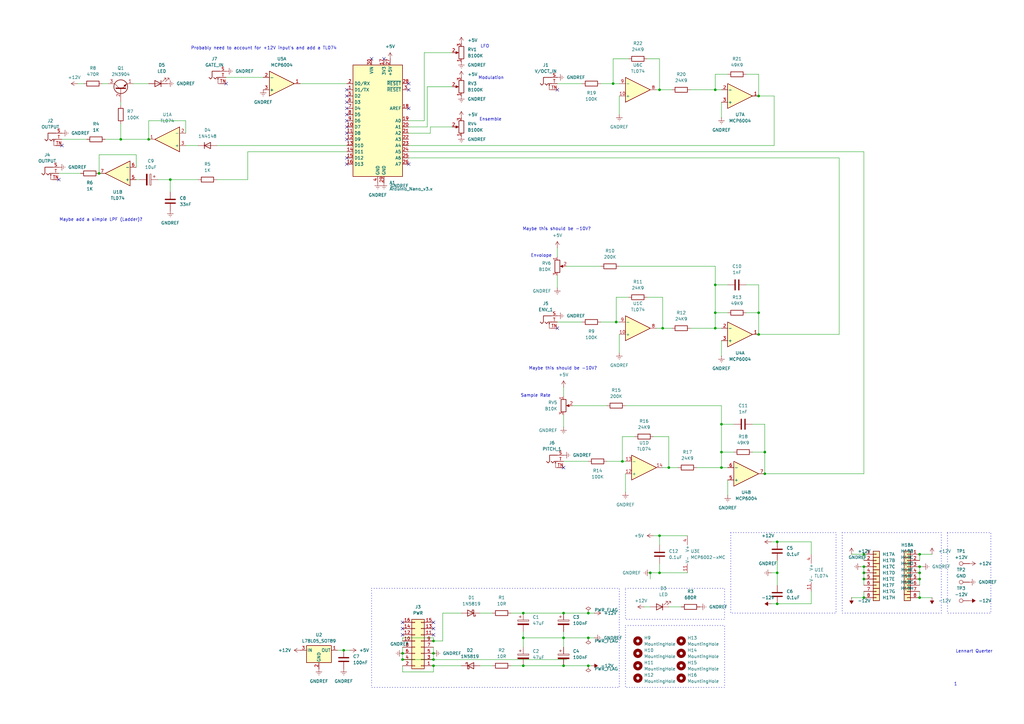
<source format=kicad_sch>
(kicad_sch (version 20231120) (generator "eeschema") (generator_version "8.0")
  (paper "A3")
  (junction (at 252.73 132.08))
  (junction (at 271.78 134.62))
  (junction (at 255.27 189.23))
  (junction (at 295.91 185.42))
  (junction (at 165.1 270.51))
  (junction (at 40.64 71.12))
  (junction (at 377.19 245.11))
  (junction (at 295.91 191.77))
  (junction (at 318.77 234.95))
  (junction (at 214.63 261.62))
  (junction (at 140.97 266.7))
  (junction (at 377.19 234.95))
  (junction (at 241.3 273.05))
  (junction (at 311.15 128.27))
  (junction (at 231.14 261.62))
  (junction (at 311.15 39.37))
  (junction (at 165.1 267.97))
  (junction (at 60.96 57.15))
  (junction (at 295.91 173.99))
  (junction (at 241.3 251.46))
  (junction (at 231.14 251.46))
  (junction (at 177.8 273.05))
  (junction (at 313.69 194.31))
  (junction (at 270.51 36.83))
  (junction (at 354.33 227.33))
  (junction (at 270.51 234.95))
  (junction (at 49.53 57.15))
  (junction (at 293.37 128.27))
  (junction (at 377.19 237.49))
  (junction (at 177.8 262.89))
  (junction (at 293.37 116.84))
  (junction (at 214.63 251.46))
  (junction (at 177.8 267.97))
  (junction (at 318.77 247.65))
  (junction (at 266.7 234.95))
  (junction (at 274.32 191.77))
  (junction (at 293.37 36.83))
  (junction (at 214.63 273.05))
  (junction (at 270.51 219.71))
  (junction (at 241.3 261.62))
  (junction (at 377.19 227.33))
  (junction (at 311.15 137.16))
  (junction (at 293.37 134.62))
  (junction (at 251.46 34.29))
  (junction (at 354.33 237.49))
  (junction (at 377.19 232.41))
  (junction (at 354.33 232.41))
  (junction (at 69.85 73.66))
  (junction (at 231.14 273.05))
  (junction (at 177.8 270.51))
  (junction (at 354.33 245.11))
  (junction (at 318.77 222.25))
  (junction (at 313.69 185.42))
  (junction (at 354.33 234.95))
  (no_connect (at 142.24 49.53))
  (no_connect (at 142.24 52.07))
  (no_connect (at 142.24 57.15))
  (no_connect (at 167.64 67.31))
  (no_connect (at 177.8 257.81))
  (no_connect (at 228.6 36.83))
  (no_connect (at 165.1 257.81))
  (no_connect (at 142.24 67.31))
  (no_connect (at 165.1 255.27))
  (no_connect (at 231.14 191.77))
  (no_connect (at 142.24 46.99))
  (no_connect (at 142.24 44.45))
  (no_connect (at 228.6 134.62))
  (no_connect (at 167.64 36.83))
  (no_connect (at 142.24 64.77))
  (no_connect (at 177.8 255.27))
  (no_connect (at 157.48 24.13))
  (no_connect (at 177.8 260.35))
  (no_connect (at 167.64 34.29))
  (no_connect (at 25.4 59.69))
  (no_connect (at 92.71 34.29))
  (no_connect (at 142.24 41.91))
  (no_connect (at 152.4 24.13))
  (no_connect (at 142.24 54.61))
  (no_connect (at 167.64 44.45))
  (no_connect (at 165.1 260.35))
  (no_connect (at 142.24 39.37))
  (no_connect (at 142.24 36.83))
  (no_connect (at 24.13 73.66))
  (wire (pts (xy 264.16 248.92) (xy 266.7 248.92)))
  (wire (pts (xy 332.74 242.57) (xy 332.74 247.65)))
  (wire (pts (xy 177.8 275.59) (xy 177.8 273.05)))
  (wire (pts (xy 254 144.78) (xy 254 137.16)))
  (wire (pts (xy 270.51 234.95) (xy 281.94 234.95)))
  (wire (pts (xy 267.97 219.71) (xy 270.51 219.71)))
  (wire (pts (xy 295.91 191.77) (xy 295.91 185.42)))
  (wire (pts (xy 60.96 34.29) (xy 54.61 34.29)))
  (wire (pts (xy 295.91 146.05) (xy 295.91 139.7)))
  (wire (pts (xy 177.8 270.51) (xy 232.41 270.51)))
  (wire (pts (xy 316.23 247.65) (xy 318.77 247.65)))
  (wire (pts (xy 274.32 179.07) (xy 274.32 191.77)))
  (wire (pts (xy 181.61 251.46) (xy 189.23 251.46)))
  (wire (pts (xy 40.64 71.12) (xy 40.64 63.5)))
  (wire (pts (xy 377.19 227.33) (xy 382.27 227.33)))
  (wire (pts (xy 228.6 101.6) (xy 228.6 105.41)))
  (wire (pts (xy 293.37 116.84) (xy 293.37 128.27)))
  (wire (pts (xy 308.61 185.42) (xy 313.69 185.42)))
  (wire (pts (xy 295.91 191.77) (xy 298.45 191.77)))
  (wire (pts (xy 265.43 24.13) (xy 270.51 24.13)))
  (wire (pts (xy 177.8 261.62) (xy 165.1 261.62)))
  (wire (pts (xy 177.8 262.89) (xy 177.8 261.62)))
  (wire (pts (xy 344.17 64.77) (xy 344.17 137.16)))
  (wire (pts (xy 177.8 265.43) (xy 177.8 267.97)))
  (wire (pts (xy 69.85 78.74) (xy 69.85 73.66)))
  (wire (pts (xy 185.42 52.07) (xy 176.53 52.07)))
  (wire (pts (xy 266.7 234.95) (xy 266.7 237.49)))
  (wire (pts (xy 313.69 185.42) (xy 313.69 173.99)))
  (wire (pts (xy 317.5 59.69) (xy 167.64 59.69)))
  (wire (pts (xy 377.19 232.41) (xy 377.19 234.95)))
  (wire (pts (xy 295.91 185.42) (xy 300.99 185.42)))
  (wire (pts (xy 252.73 121.92) (xy 252.73 132.08)))
  (wire (pts (xy 295.91 173.99) (xy 295.91 185.42)))
  (wire (pts (xy 318.77 229.87) (xy 318.77 234.95)))
  (wire (pts (xy 318.77 234.95) (xy 318.77 240.03)))
  (wire (pts (xy 293.37 109.22) (xy 293.37 116.84)))
  (wire (pts (xy 311.15 128.27) (xy 311.15 116.84)))
  (wire (pts (xy 246.38 132.08) (xy 252.73 132.08)))
  (wire (pts (xy 55.88 63.5) (xy 55.88 68.58)))
  (wire (pts (xy 265.43 121.92) (xy 271.78 121.92)))
  (wire (pts (xy 231.14 273.05) (xy 241.3 273.05)))
  (wire (pts (xy 257.81 24.13) (xy 251.46 24.13)))
  (wire (pts (xy 40.64 63.5) (xy 55.88 63.5)))
  (wire (pts (xy 88.9 73.66) (xy 101.6 73.66)))
  (wire (pts (xy 311.15 30.48) (xy 311.15 39.37)))
  (wire (pts (xy 231.14 261.62) (xy 241.3 261.62)))
  (wire (pts (xy 300.99 173.99) (xy 295.91 173.99)))
  (wire (pts (xy 165.1 273.05) (xy 165.1 275.59)))
  (wire (pts (xy 377.19 242.57) (xy 377.19 245.11)))
  (wire (pts (xy 31.75 34.29) (xy 34.29 34.29)))
  (wire (pts (xy 353.06 232.41) (xy 354.33 232.41)))
  (wire (pts (xy 293.37 134.62) (xy 293.37 128.27)))
  (wire (pts (xy 270.51 36.83) (xy 275.59 36.83)))
  (wire (pts (xy 49.53 50.8) (xy 49.53 57.15)))
  (wire (pts (xy 255.27 189.23) (xy 256.54 189.23)))
  (wire (pts (xy 69.85 73.66) (xy 81.28 73.66)))
  (wire (pts (xy 196.85 273.05) (xy 201.93 273.05)))
  (wire (pts (xy 177.8 267.97) (xy 177.8 270.51)))
  (wire (pts (xy 269.24 134.62) (xy 271.78 134.62)))
  (wire (pts (xy 228.6 132.08) (xy 238.76 132.08)))
  (wire (pts (xy 60.96 49.53) (xy 76.2 49.53)))
  (wire (pts (xy 173.99 49.53) (xy 167.64 49.53)))
  (wire (pts (xy 332.74 222.25) (xy 332.74 227.33)))
  (wire (pts (xy 214.63 259.08) (xy 214.63 261.62)))
  (wire (pts (xy 231.14 158.75) (xy 231.14 162.56)))
  (wire (pts (xy 60.96 57.15) (xy 60.96 49.53)))
  (wire (pts (xy 81.28 59.69) (xy 76.2 59.69)))
  (wire (pts (xy 318.77 234.95) (xy 316.23 234.95)))
  (wire (pts (xy 293.37 128.27) (xy 298.45 128.27)))
  (wire (pts (xy 241.3 273.05) (xy 242.57 273.05)))
  (wire (pts (xy 269.24 36.83) (xy 270.51 36.83)))
  (wire (pts (xy 101.6 73.66) (xy 101.6 62.23)))
  (wire (pts (xy 317.5 39.37) (xy 317.5 59.69)))
  (wire (pts (xy 377.19 237.49) (xy 377.19 240.03)))
  (wire (pts (xy 101.6 62.23) (xy 142.24 62.23)))
  (wire (pts (xy 252.73 132.08) (xy 254 132.08)))
  (wire (pts (xy 317.5 39.37) (xy 311.15 39.37)))
  (wire (pts (xy 318.77 247.65) (xy 332.74 247.65)))
  (wire (pts (xy 354.33 227.33) (xy 354.33 229.87)))
  (wire (pts (xy 354.33 232.41) (xy 354.33 234.95)))
  (wire (pts (xy 274.32 191.77) (xy 278.13 191.77)))
  (wire (pts (xy 271.78 121.92) (xy 271.78 134.62)))
  (wire (pts (xy 248.92 166.37) (xy 234.95 166.37)))
  (wire (pts (xy 246.38 34.29) (xy 251.46 34.29)))
  (wire (pts (xy 214.63 251.46) (xy 231.14 251.46)))
  (wire (pts (xy 377.19 234.95) (xy 377.19 237.49)))
  (wire (pts (xy 165.1 265.43) (xy 165.1 267.97)))
  (wire (pts (xy 92.71 31.75) (xy 107.95 31.75)))
  (wire (pts (xy 285.75 191.77) (xy 295.91 191.77)))
  (wire (pts (xy 313.69 173.99) (xy 308.61 173.99)))
  (wire (pts (xy 283.21 134.62) (xy 293.37 134.62)))
  (wire (pts (xy 241.3 261.62) (xy 243.84 261.62)))
  (wire (pts (xy 256.54 166.37) (xy 295.91 166.37)))
  (wire (pts (xy 49.53 41.91) (xy 49.53 43.18)))
  (wire (pts (xy 354.33 234.95) (xy 354.33 237.49)))
  (wire (pts (xy 228.6 34.29) (xy 238.76 34.29)))
  (wire (pts (xy 270.51 219.71) (xy 281.94 219.71)))
  (wire (pts (xy 88.9 59.69) (xy 142.24 59.69)))
  (wire (pts (xy 298.45 116.84) (xy 293.37 116.84)))
  (wire (pts (xy 173.99 21.59) (xy 173.99 49.53)))
  (wire (pts (xy 354.33 62.23) (xy 354.33 194.31)))
  (wire (pts (xy 267.97 179.07) (xy 274.32 179.07)))
  (wire (pts (xy 251.46 34.29) (xy 254 34.29)))
  (wire (pts (xy 181.61 251.46) (xy 181.61 262.89)))
  (wire (pts (xy 377.19 232.41) (xy 378.46 232.41)))
  (wire (pts (xy 49.53 57.15) (xy 60.96 57.15)))
  (wire (pts (xy 306.07 128.27) (xy 311.15 128.27)))
  (wire (pts (xy 123.19 34.29) (xy 142.24 34.29)))
  (wire (pts (xy 354.33 62.23) (xy 167.64 62.23)))
  (wire (pts (xy 313.69 194.31) (xy 313.69 185.42)))
  (wire (pts (xy 231.14 251.46) (xy 241.3 251.46)))
  (wire (pts (xy 196.85 251.46) (xy 201.93 251.46)))
  (wire (pts (xy 251.46 24.13) (xy 251.46 34.29)))
  (wire (pts (xy 270.51 24.13) (xy 270.51 36.83)))
  (wire (pts (xy 33.02 71.12) (xy 24.13 71.12)))
  (wire (pts (xy 298.45 203.2) (xy 298.45 196.85)))
  (wire (pts (xy 214.63 261.62) (xy 214.63 265.43)))
  (wire (pts (xy 177.8 273.05) (xy 189.23 273.05)))
  (wire (pts (xy 143.51 266.7) (xy 140.97 266.7)))
  (wire (pts (xy 295.91 48.26) (xy 295.91 41.91)))
  (wire (pts (xy 209.55 273.05) (xy 214.63 273.05)))
  (wire (pts (xy 257.81 121.92) (xy 252.73 121.92)))
  (wire (pts (xy 311.15 137.16) (xy 311.15 128.27)))
  (wire (pts (xy 377.19 227.33) (xy 377.19 229.87)))
  (wire (pts (xy 57.15 73.66) (xy 55.88 73.66)))
  (wire (pts (xy 43.18 57.15) (xy 49.53 57.15)))
  (wire (pts (xy 209.55 251.46) (xy 214.63 251.46)))
  (wire (pts (xy 214.63 273.05) (xy 231.14 273.05)))
  (wire (pts (xy 283.21 36.83) (xy 293.37 36.83)))
  (wire (pts (xy 175.26 52.07) (xy 167.64 52.07)))
  (wire (pts (xy 311.15 116.84) (xy 306.07 116.84)))
  (wire (pts (xy 241.3 251.46) (xy 243.84 251.46)))
  (wire (pts (xy 165.1 270.51) (xy 177.8 270.51)))
  (wire (pts (xy 165.1 267.97) (xy 165.1 270.51)))
  (wire (pts (xy 165.1 275.59) (xy 177.8 275.59)))
  (wire (pts (xy 316.23 222.25) (xy 318.77 222.25)))
  (wire (pts (xy 255.27 179.07) (xy 255.27 189.23)))
  (wire (pts (xy 279.4 248.92) (xy 274.32 248.92)))
  (wire (pts (xy 214.63 261.62) (xy 231.14 261.62)))
  (wire (pts (xy 254 109.22) (xy 293.37 109.22)))
  (wire (pts (xy 293.37 36.83) (xy 293.37 30.48)))
  (wire (pts (xy 271.78 134.62) (xy 275.59 134.62)))
  (wire (pts (xy 185.42 35.56) (xy 175.26 35.56)))
  (wire (pts (xy 231.14 261.62) (xy 231.14 265.43)))
  (wire (pts (xy 181.61 262.89) (xy 177.8 262.89)))
  (wire (pts (xy 318.77 222.25) (xy 332.74 222.25)))
  (wire (pts (xy 228.6 118.11) (xy 228.6 113.03)))
  (wire (pts (xy 231.14 259.08) (xy 231.14 261.62)))
  (wire (pts (xy 41.91 34.29) (xy 44.45 34.29)))
  (wire (pts (xy 293.37 134.62) (xy 295.91 134.62)))
  (wire (pts (xy 270.51 231.14) (xy 270.51 234.95)))
  (wire (pts (xy 377.19 245.11) (xy 382.27 245.11)))
  (wire (pts (xy 349.25 227.33) (xy 354.33 227.33)))
  (wire (pts (xy 256.54 201.93) (xy 256.54 194.31)))
  (wire (pts (xy 176.53 52.07) (xy 176.53 54.61)))
  (wire (pts (xy 271.78 191.77) (xy 274.32 191.77)))
  (wire (pts (xy 254 46.99) (xy 254 39.37)))
  (wire (pts (xy 185.42 21.59) (xy 173.99 21.59)))
  (wire (pts (xy 64.77 73.66) (xy 69.85 73.66)))
  (wire (pts (xy 295.91 166.37) (xy 295.91 173.99)))
  (wire (pts (xy 349.25 245.11) (xy 354.33 245.11)))
  (wire (pts (xy 231.14 175.26) (xy 231.14 170.18)))
  (wire (pts (xy 248.92 189.23) (xy 255.27 189.23)))
  (wire (pts (xy 140.97 266.7) (xy 138.43 266.7)))
  (wire (pts (xy 293.37 36.83) (xy 295.91 36.83)))
  (wire (pts (xy 246.38 109.22) (xy 232.41 109.22)))
  (wire (pts (xy 231.14 189.23) (xy 241.3 189.23)))
  (wire (pts (xy 76.2 49.53) (xy 76.2 54.61)))
  (wire (pts (xy 260.35 179.07) (xy 255.27 179.07)))
  (wire (pts (xy 311.15 137.16) (xy 344.17 137.16)))
  (wire (pts (xy 306.07 30.48) (xy 311.15 30.48)))
  (wire (pts (xy 270.51 223.52) (xy 270.51 219.71)))
  (wire (pts (xy 175.26 35.56) (xy 175.26 52.07)))
  (wire (pts (xy 266.7 234.95) (xy 270.51 234.95)))
  (wire (pts (xy 354.33 194.31) (xy 313.69 194.31)))
  (wire (pts (xy 167.64 64.77) (xy 344.17 64.77)))
  (wire (pts (xy 165.1 261.62) (xy 165.1 262.89)))
  (wire (pts (xy 293.37 30.48) (xy 298.45 30.48)))
  (wire (pts (xy 35.56 57.15) (xy 25.4 57.15)))
  (wire (pts (xy 354.33 237.49) (xy 354.33 240.03)))
  (wire (pts (xy 354.33 242.57) (xy 354.33 245.11)))
  (wire (pts (xy 176.53 54.61) (xy 167.64 54.61)))
  (rectangle (start 388.62 218.44) (end 406.4 251.46) (stroke (width 0.254) (type dot)))
  (rectangle (start 345.44 218.44) (end 386.08 251.46) (stroke (width 0.254) (type dot)))
  (rectangle (start 152.4 241.3) (end 254 281.94) (stroke (width 0.25) (type dot)))
  (rectangle (start 256.54 256.54) (end 297.18 281.94) (stroke (width 0.25) (type dot)))
  (rectangle (start 299.72 218.44) (end 342.9 251.46) (stroke (width 0.25) (type dot)))
  (rectangle (start 256.54 241.3) (end 297.18 254) (stroke (width 0.25) (type dot)))
  (text "Sample Rate" (at 219.71 162.306 0) (effects (font (size 1.27 1.27))))
  (text "Maybe this should be -10V?" (at 230.886 151.13 0) (effects (font (size 1.27 1.27))))
  (text "Modulation" (at 201.422 32.004 0) (effects (font (size 1.27 1.27))))
  (text "Maybe this should be -10V?" (at 228.346 93.98 0) (effects (font (size 1.27 1.27))))
  (text "Probably need to account for +12V input's and add a TL074" (at 108.204 19.812 0) (effects (font (size 1.27 1.27))))
  (text "LFO" (at 198.882 19.05 0) (effects (font (size 1.27 1.27))))
  (text "Envolope" (at 221.996 104.902 0) (effects (font (size 1.27 1.27))))
  (text "Lennart Querter" (at 399.542 267.208 0) (effects (font (size 1.27 1.27))))
  (text "Ensemble" (at 201.168 49.022 0) (effects (font (size 1.27 1.27))))
  (text "1" (at 391.922 280.67 0) (effects (font (size 1.27 1.27))))
  (text "Maybe add a simple LPF (Ladder)?" (at 41.402 90.17 0) (effects (font (size 1.27 1.27))))
  (symbol (lib_id "power:GNDREF") (at 68.58 34.29 90) (unit 1)
    (property "Reference" "#PWR044" (effects (hide yes)))
    (property "Value" "GNDREF" (at 72.39 34.2899 90) (effects (justify right)))
    (property "Description" "Power symbol creates a global label with name \"GNDREF\" , reference supply ground" (effects (hide yes)))
  )
  (symbol (lib_id "power:GNDREF") (at 154.94 74.93 0) (unit 1)
    (property "Reference" "#PWR032" (effects (hide yes)))
    (property "Value" "GNDREF" (at 154.94 80.01 0))
    (property "Description" "Power symbol creates a global label with name \"GNDREF\" , reference supply ground" (effects (hide yes)))
  )
  (symbol (lib_id "synth:R_Default") (at 302.26 30.48 90) (unit 1)
    (property "Reference" "R21" (at 302.26 24.13 90))
    (property "Value" "49K9" (at 302.26 26.67 90))
    (property "Footprint" "Synth:R_Default (DIN0207)" (effects (hide yes)))
    (property "Description" "Resistor" (effects (hide yes)))
  )
  (symbol (lib_id "synth:R_Default") (at 304.8 185.42 90) (unit 1)
    (property "Reference" "R18" (at 304.8 179.07 90))
    (property "Value" "49K9" (at 304.8 181.61 90))
    (property "Footprint" "Synth:R_Default (DIN0207)" (effects (hide yes)))
    (property "Description" "Resistor" (effects (hide yes)))
  )
  (symbol (lib_id "synth:R_Default") (at 242.57 132.08 90) (unit 1)
    (property "Reference" "R9" (at 242.57 135.89 90))
    (property "Value" "100K" (at 242.57 138.43 90))
    (property "Footprint" "Synth:R_Default (DIN0207)" (effects (hide yes)))
    (property "Description" "Resistor" (effects (hide yes)))
  )
  (symbol (lib_id "synth:PinHeader_01x08") (at 359.41 232.41 0) (unit 3)
    (property "Reference" "H17" (at 361.95 232.4099 0) (effects (justify left)))
    (property "Value" "H17" (effects (hide yes)))
    (property "Footprint" "Synth:PinHeader_1x08_P2.54mm_Vertical" (effects (hide yes)))
    (property "Description" "Generic connector, single row, 01x01, script generated (kicad-library-utils/schlib/autogen/connector/)" (effects (hide yes)))
  )
  (symbol (lib_id "power:+12V") (at 382.27 227.33 0) (unit 1)
    (property "Reference" "#PWR021" (effects (hide yes)))
    (property "Value" "+12V" (at 384.81 226.0599 0) (effects (justify left)))
    (property "Description" "Power symbol creates a global label with name \"+12V\"" (effects (hide yes)))
  )
  (symbol (lib_id "Transistor_BJT:2N3904") (at 49.53 36.83 90) (unit 1)
    (property "Reference" "Q1" (at 49.53 27.94 90))
    (property "Value" "2N3904" (at 49.53 30.48 90))
    (property "Footprint" "Package_TO_SOT_THT:TO-92_Inline" (effects (hide yes)))
    (property "Datasheet" "https://www.onsemi.com/pub/Collateral/2N3903-D.PDF" (effects (hide yes)))
    (property "Description" "0.2A Ic, 40V Vce, Small Signal NPN Transistor, TO-92" (effects (hide yes)))
  )
  (symbol (lib_id "Mechanical:MountingHole") (at 279.4 267.97 0) (unit 1) (exclude_from_sim yes) (in_bom no)
    (property "Reference" "H14" (at 281.94 266.6999 0) (effects (justify left)))
    (property "Value" "MountingHole" (at 281.94 269.2399 0) (effects (justify left)))
    (property "Footprint" "MountingHole:MountingHole_3.2mm_M3" (effects (hide yes)))
    (property "Description" "Mounting Hole without connection" (effects (hide yes)))
  )
  (symbol (lib_id "synth:R_Default") (at 281.94 191.77 90) (unit 1)
    (property "Reference" "R17" (at 281.94 185.42 90))
    (property "Value" "24K9" (at 281.94 187.96 90))
    (property "Footprint" "Synth:R_Default (DIN0207)" (effects (hide yes)))
    (property "Description" "Resistor" (effects (hide yes)))
  )
  (symbol (lib_id "power:-12V") (at 242.57 273.05 270) (unit 1)
    (property "Reference" "#PWR09" (effects (hide yes)))
    (property "Value" "-12V" (at 246.38 273.0499 90) (effects (justify left)))
    (property "Description" "Power symbol creates a global label with name \"-12V\"" (effects (hide yes)))
  )
  (symbol (lib_id "Amplifier_Operational:TL074") (at 261.62 134.62 0) (mirror x) (unit 3)
    (property "Reference" "U1" (at 261.62 124.46 0))
    (property "Value" "TL074" (at 261.62 127 0))
    (property "Footprint" "Package_DIP:DIP-14_W7.62mm_Socket_LongPads" (effects (hide yes)))
    (property "Datasheet" "http://www.ti.com/lit/ds/symlink/tl071.pdf" (effects (hide yes)))
    (property "Description" "Quad Low-Noise JFET-Input Operational Amplifiers, DIP-14/SOIC-14" (effects (hide yes)))
  )
  (symbol (lib_id "synth:R_Default") (at 39.37 57.15 90) (unit 1)
    (property "Reference" "R4" (at 39.37 50.8 90))
    (property "Value" "1K" (at 39.37 53.34 90))
    (property "Footprint" "Synth:R_Default (DIN0207)" (effects (hide yes)))
    (property "Description" "Resistor" (effects (hide yes)))
  )
  (symbol (lib_id "synth:PinSocket_01x08") (at 372.11 227.33 180) (unit 1)
    (property "Reference" "H18" (at 372.11 223.52 0))
    (property "Value" "H18" (effects (hide yes)))
    (property "Footprint" "Synth:PinSocket_1x08_P2.54mm_Vertical" (effects (hide yes)))
    (property "Description" "Generic connector, single row, 01x01, script generated (kicad-library-utils/schlib/autogen/connector/)" (effects (hide yes)))
  )
  (symbol (lib_id "synth:PinSocket_01x08") (at 372.11 232.41 180) (unit 3)
    (property "Reference" "H18" (at 372.11 228.6 0))
    (property "Value" "H18" (effects (hide yes)))
    (property "Footprint" "Synth:PinSocket_1x08_P2.54mm_Vertical" (effects (hide yes)))
    (property "Description" "Generic connector, single row, 01x01, script generated (kicad-library-utils/schlib/autogen/connector/)" (effects (hide yes)))
  )
  (symbol (lib_id "power:GNDREF") (at 228.6 118.11 0) (unit 1)
    (property "Reference" "#PWR046" (effects (hide yes)))
    (property "Value" "GNDREF" (at 226.06 119.3799 0) (effects (justify right)))
    (property "Description" "Power symbol creates a global label with name \"GNDREF\" , reference supply ground" (effects (hide yes)))
  )
  (symbol (lib_id "synth:R_Default") (at 245.11 189.23 90) (unit 1)
    (property "Reference" "R14" (at 245.11 193.04 90))
    (property "Value" "100K" (at 245.11 195.58 90))
    (property "Footprint" "Synth:R_Default (DIN0207)" (effects (hide yes)))
    (property "Description" "Resistor" (effects (hide yes)))
  )
  (symbol (lib_id "Amplifier_Operational:TL074") (at 261.62 36.83 0) (mirror x) (unit 3)
    (property "Reference" "U6" (at 261.62 26.67 0))
    (property "Value" "TL074" (at 261.62 29.21 0))
    (property "Footprint" "Package_DIP:DIP-14_W7.62mm_Socket_LongPads" (effects (hide yes)))
    (property "Datasheet" "http://www.ti.com/lit/ds/symlink/tl071.pdf" (effects (hide yes)))
    (property "Description" "Quad Low-Noise JFET-Input Operational Amplifiers, DIP-14/SOIC-14" (effects (hide yes)))
  )
  (symbol (lib_id "Device:C") (at 318.77 243.84 0) (unit 1)
    (property "Reference" "C6" (at 322.58 242.5699 0) (effects (justify left)))
    (property "Value" "0.1uF" (at 322.58 245.1099 0) (effects (justify left)))
    (property "Footprint" "Capacitor_THT:C_Rect_L4.6mm_W2.0mm_P2.50mm_MKS02_FKP02" (effects (hide yes)))
    (property "Description" "Unpolarized capacitor" (effects (hide yes)))
  )
  (symbol (lib_id "power:GNDREF") (at 189.23 25.4 0) (unit 1)
    (property "Reference" "#PWR034" (effects (hide yes)))
    (property "Value" "GNDREF" (at 191.77 26.6699 0) (effects (justify left)))
    (property "Description" "Power symbol creates a global label with name \"GNDREF\" , reference supply ground" (effects (hide yes)))
  )
  (symbol (lib_id "power:GNDREF") (at 254 144.78 0) (unit 1)
    (property "Reference" "#PWR048" (effects (hide yes)))
    (property "Value" "GNDREF" (at 254 149.86 0))
    (property "Description" "Power symbol creates a global label with name \"GNDREF\" , reference supply ground" (effects (hide yes)))
  )
  (symbol (lib_id "synth:R_Default") (at 49.53 46.99 180) (unit 1)
    (property "Reference" "R7" (at 52.07 45.7199 0) (effects (justify right)))
    (property "Value" "100K" (at 52.07 48.2599 0) (effects (justify right)))
    (property "Footprint" "Synth:R_Default (DIN0207)" (effects (hide yes)))
    (property "Description" "Resistor" (effects (hide yes)))
  )
  (symbol (lib_id "synth:D_Signal (1N4148)") (at 85.09 59.69 0) (unit 1)
    (property "Reference" "D4" (at 85.09 53.34 0))
    (property "Value" "1N4148" (at 85.09 55.88 0))
    (property "Footprint" "Synth:D_DO-35_SOD27_P7.62mm_Horizontal" (effects (hide yes)))
    (property "Datasheet" "https://assets.nexperia.com/documents/data-sheet/1N4148_1N4448.pdf" (effects (hide yes)))
    (property "Description" "100V 0.15A standard switching diode, DO-35" (effects (hide yes)))
    (property "Sim.Device" "D" (effects (hide yes)))
    (property "Sim.Pins" "1=K 2=A" (effects (hide yes)))
  )
  (symbol (lib_id "Diode:1N5819") (at 193.04 273.05 0) (unit 1)
    (property "Reference" "D2" (at 192.7225 266.7 0))
    (property "Value" "1N5819" (at 192.7225 269.24 0))
    (property "Footprint" "Synth:D_DO-41_SOD81_P10.16mm_Horizontal" (effects (hide yes)))
    (property "Datasheet" "http://www.vishay.com/docs/88525/1n5817.pdf" (effects (hide yes)))
    (property "Description" "40V 1A Schottky Barrier Rectifier Diode, DO-41" (effects (hide yes)))
  )
  (symbol (lib_id "power:GNDREF") (at 266.7 234.95 270) (unit 1)
    (property "Reference" "#PWR036" (effects (hide yes)))
    (property "Value" "GNDREF" (at 262.89 234.9499 90) (effects (justify right)))
    (property "Description" "Power symbol creates a global label with name \"GNDREF\" , reference supply ground" (effects (hide yes)))
  )
  (symbol (lib_id "synth:R_Default") (at 264.16 179.07 90) (unit 1)
    (property "Reference" "R16" (at 264.16 172.72 90))
    (property "Value" "24K9" (at 264.16 175.26 90))
    (property "Footprint" "Synth:R_Default (DIN0207)" (effects (hide yes)))
    (property "Description" "Resistor" (effects (hide yes)))
  )
  (symbol (lib_id "MCU_Module:Arduino_Nano_v3.x") (at 154.94 49.53 0) (unit 1)
    (property "Reference" "A1" (at 159.6741 74.93 0) (effects (justify left)))
    (property "Value" "Arduino_Nano_v3.x" (at 159.6741 77.47 0) (effects (justify left)))
    (property "Footprint" "Module:Arduino_Nano" (effects (hide yes)))
    (property "Datasheet" "http://www.mouser.com/pdfdocs/Gravitech_Arduino_Nano3_0.pdf" (effects (hide yes)))
    (property "Description" "Arduino Nano v3.x" (effects (hide yes)))
  )
  (symbol (lib_id "synth:R_Potentiometer (P0915N)") (at 189.23 52.07 180) (unit 1)
    (property "Reference" "RV4" (at 191.77 50.7999 0) (effects (justify right)))
    (property "Value" "B100K" (at 191.77 53.3399 0) (effects (justify right)))
    (property "Footprint" "Synth:Potentiometer_TT_P0915N" (effects (hide yes)))
    (property "Description" "Potentiometer" (effects (hide yes)))
  )
  (symbol (lib_id "synth:R_Potentiometer (P0915N)") (at 189.23 21.59 180) (unit 1)
    (property "Reference" "RV1" (at 191.77 20.3199 0) (effects (justify right)))
    (property "Value" "B100K" (at 191.77 22.8599 0) (effects (justify right)))
    (property "Footprint" "Synth:Potentiometer_TT_P0915N" (effects (hide yes)))
    (property "Description" "Potentiometer" (effects (hide yes)))
  )
  (symbol (lib_id "power:GNDREF") (at 228.6 129.54 90) (unit 1)
    (property "Reference" "#PWR047" (effects (hide yes)))
    (property "Value" "GNDREF" (at 232.41 129.5399 90) (effects (justify right)))
    (property "Description" "Power symbol creates a global label with name \"GNDREF\" , reference supply ground" (effects (hide yes)))
  )
  (symbol (lib_id "Device:R") (at 205.74 273.05 90) (unit 1)
    (property "Reference" "R2" (at 205.74 266.7 90))
    (property "Value" "10R" (at 205.74 269.24 90))
    (property "Footprint" "Synth:R_Default (DIN0207)" (effects (hide yes)))
    (property "Description" "Resistor" (effects (hide yes)))
  )
  (symbol (lib_id "power:+5V") (at 189.23 31.75 0) (unit 1)
    (property "Reference" "#PWR037" (effects (hide yes)))
    (property "Value" "+5V" (at 191.77 30.4799 0) (effects (justify left)))
    (property "Description" "Power symbol creates a global label with name \"+5V\"" (effects (hide yes)))
  )
  (symbol (lib_id "Amplifier_Operational:TL074") (at 68.58 57.15 180) (unit 1)
    (property "Reference" "U1" (at 68.58 46.99 0))
    (property "Value" "TL074" (at 68.58 49.53 0))
    (property "Footprint" "Package_DIP:DIP-14_W7.62mm_Socket_LongPads" (effects (hide yes)))
    (property "Datasheet" "http://www.ti.com/lit/ds/symlink/tl071.pdf" (effects (hide yes)))
    (property "Description" "Quad Low-Noise JFET-Input Operational Amplifiers, DIP-14/SOIC-14" (effects (hide yes)))
  )
  (symbol (lib_id "Amplifier_Operational:TL074") (at 48.26 71.12 180) (unit 2)
    (property "Reference" "U1" (at 48.26 78.74 0))
    (property "Value" "TL074" (at 48.26 81.28 0))
    (property "Footprint" "Package_DIP:DIP-14_W7.62mm_Socket_LongPads" (effects (hide yes)))
    (property "Datasheet" "http://www.ti.com/lit/ds/symlink/tl071.pdf" (effects (hide yes)))
    (property "Description" "Quad Low-Noise JFET-Input Operational Amplifiers, DIP-14/SOIC-14" (effects (hide yes)))
  )
  (symbol (lib_id "power:PWR_FLAG") (at 241.3 251.46 0) (unit 1) (exclude_from_sim yes) (in_bom no)
    (property "Reference" "#FLG01" (effects (hide yes)))
    (property "Value" "PWR_FLAG" (at 243.84 250.1899 0) (effects (justify left)))
    (property "Description" "Special symbol for telling ERC where power comes from" (effects (hide yes)))
  )
  (symbol (lib_id "Diode:1N5819") (at 193.04 251.46 180) (unit 1)
    (property "Reference" "D1" (at 193.3575 245.11 0))
    (property "Value" "1N5819" (at 193.3575 247.65 0))
    (property "Footprint" "Synth:D_DO-41_SOD81_P10.16mm_Horizontal" (effects (hide yes)))
    (property "Datasheet" "http://www.vishay.com/docs/88525/1n5817.pdf" (effects (hide yes)))
    (property "Description" "40V 1A Schottky Barrier Rectifier Diode, DO-41" (effects (hide yes)))
  )
  (symbol (lib_id "Amplifier_Operational:MCP6004") (at 115.57 34.29 0) (mirror x) (unit 1)
    (property "Reference" "U5" (at 115.57 24.13 0))
    (property "Value" "MCP6004" (at 115.57 26.67 0))
    (property "Footprint" "Package_DIP:DIP-8_W7.62mm_Socket_LongPads" (effects (hide yes)))
    (property "Datasheet" "http://ww1.microchip.com/downloads/en/DeviceDoc/21733j.pdf" (effects (hide yes)))
    (property "Description" "1MHz, Low-Power Op Amp, DIP-14/SOIC-14/TSSOP-14" (effects (hide yes)))
  )
  (symbol (lib_id "Device:C_Polarized") (at 231.14 269.24 0) (unit 1)
    (property "Reference" "C4" (at 234.95 267.0809 0) (effects (justify left)))
    (property "Value" "100nF" (at 234.95 269.6209 0) (effects (justify left)))
    (property "Footprint" "Capacitor_THT:CP_Radial_D4.0mm_P2.00mm" (effects (hide yes)))
    (property "Description" "Polarized capacitor" (effects (hide yes)))
  )
  (symbol (lib_id "synth:PinSocket_01x08") (at 372.11 237.49 180) (unit 5)
    (property "Reference" "H18" (at 372.11 233.68 0))
    (property "Value" "H18" (effects (hide yes)))
    (property "Footprint" "Synth:PinSocket_1x08_P2.54mm_Vertical" (effects (hide yes)))
    (property "Description" "Generic connector, single row, 01x01, script generated (kicad-library-utils/schlib/autogen/connector/)" (effects (hide yes)))
  )
  (symbol (lib_id "synth:PinHeader_01x08") (at 359.41 245.11 0) (unit 8)
    (property "Reference" "H17" (at 361.95 245.1099 0) (effects (justify left)))
    (property "Value" "H17" (effects (hide yes)))
    (property "Footprint" "Synth:PinHeader_1x08_P2.54mm_Vertical" (effects (hide yes)))
    (property "Description" "Generic connector, single row, 01x01, script generated (kicad-library-utils/schlib/autogen/connector/)" (effects (hide yes)))
  )
  (symbol (lib_id "Amplifier_Operational:MCP6004") (at 284.48 227.33 0) (unit 5)
    (property "Reference" "U3" (at 283.21 226.0599 0) (effects (justify left)))
    (property "Value" "MCP6002-xMC" (at 283.21 228.5999 0) (effects (justify left)))
    (property "Footprint" "Package_DFN_QFN:DFN-8-1EP_3x2mm_P0.5mm_EP1.75x1.45mm" (effects (hide yes)))
    (property "Datasheet" "http://ww1.microchip.com/downloads/en/DeviceDoc/21733j.pdf" (effects (hide yes)))
    (property "Description" "1MHz, Low-Power Op Amp, DIP-14/SOIC-14/TSSOP-14" (effects (hide yes)))
  )
  (symbol (lib_id "Amplifier_Operational:MCP6004") (at 303.53 39.37 0) (mirror x) (unit 1)
    (property "Reference" "U7" (at 303.53 46.99 0))
    (property "Value" "MCP6004" (at 303.53 49.53 0))
    (property "Footprint" "Package_DIP:DIP-8_W7.62mm_Socket_LongPads" (effects (hide yes)))
    (property "Datasheet" "http://ww1.microchip.com/downloads/en/DeviceDoc/21733j.pdf" (effects (hide yes)))
    (property "Description" "1MHz, Low-Power Op Amp, DIP-14/SOIC-14/TSSOP-14" (effects (hide yes)))
  )
  (symbol (lib_id "Connector:TestPoint") (at 397.51 231.14 90) (unit 1) (in_bom no)
    (property "Reference" "TP1" (at 394.208 226.06 90))
    (property "Value" "+12V" (at 394.208 228.6 90))
    (property "Footprint" "Connector_Pin:Pin_D1.0mm_L10.0mm" (effects (hide yes)))
    (property "Description" "test point" (effects (hide yes)))
  )
  (symbol (lib_id "Device:C") (at 69.85 82.55 0) (unit 1)
    (property "Reference" "C8" (at 73.66 81.2799 0) (effects (justify left)))
    (property "Value" "33nF" (at 73.66 83.8199 0) (effects (justify left)))
    (property "Description" "Unpolarized capacitor" (effects (hide yes)))
  )
  (symbol (lib_id "synth:AudioJack_Mono_3.5mm") (at 20.32 57.15 0) (unit 1)
    (property "Reference" "J2" (at 20.6375 49.53 0))
    (property "Value" "OUTPUT" (at 20.6375 52.07 0))
    (property "Footprint" "Synth:Jack_3.5mm_QingPu_WQP-PJ398SM_Vertical_CircularHoles" (effects (hide yes)))
    (property "Description" "Audio Jack, 2 Poles (Mono / TS), Switched T Pole (Normalling)" (effects (hide yes)))
  )
  (symbol (lib_id "power:PWR_FLAG") (at 241.3 261.62 180) (unit 1) (exclude_from_sim yes) (in_bom no)
    (property "Reference" "#FLG02" (effects (hide yes)))
    (property "Value" "PWR_FLAG" (at 243.84 262.8899 0) (effects (justify right)))
    (property "Description" "Special symbol for telling ERC where power comes from" (effects (hide yes)))
  )
  (symbol (lib_id "Device:C_Polarized") (at 214.63 269.24 0) (unit 1)
    (property "Reference" "C2" (at 218.44 267.0809 0) (effects (justify left)))
    (property "Value" "47uF" (at 218.44 269.6209 0) (effects (justify left)))
    (property "Footprint" "Capacitor_THT:CP_Radial_D6.3mm_P2.50mm" (effects (hide yes)))
    (property "Description" "Polarized capacitor" (effects (hide yes)))
  )
  (symbol (lib_id "power:GNDREF") (at 243.84 261.62 90) (unit 1)
    (property "Reference" "#PWR011" (effects (hide yes)))
    (property "Value" "GNDREF" (at 247.65 261.6199 90) (effects (justify right)))
    (property "Description" "Power symbol creates a global label with name \"GNDREF\" , reference supply ground" (effects (hide yes)))
  )
  (symbol (lib_id "power:GNDREF") (at 287.02 248.92 90) (unit 1)
    (property "Reference" "#PWR013" (effects (hide yes)))
    (property "Value" "GNDREF" (at 290.83 248.9199 90) (effects (justify right)))
    (property "Description" "Power symbol creates a global label with name \"GNDREF\" , reference supply ground" (effects (hide yes)))
  )
  (symbol (lib_id "power:+5V") (at 231.14 158.75 0) (unit 1)
    (property "Reference" "#PWR02" (effects (hide yes)))
    (property "Value" "+5V" (at 231.14 153.67 0))
    (property "Description" "Power symbol creates a global label with name \"+5V\"" (effects (hide yes)))
  )
  (symbol (lib_id "power:GNDREF") (at 295.91 146.05 0) (unit 1)
    (property "Reference" "#PWR049" (effects (hide yes)))
    (property "Value" "GNDREF" (at 295.91 151.13 0))
    (property "Description" "Power symbol creates a global label with name \"GNDREF\" , reference supply ground" (effects (hide yes)))
  )
  (symbol (lib_id "synth:AudioJack_Mono_3.5mm") (at 87.63 31.75 0) (unit 1)
    (property "Reference" "J7" (at 87.9475 24.13 0))
    (property "Value" "GATE_IN" (at 87.9475 26.67 0))
    (property "Footprint" "Synth:Jack_3.5mm_QingPu_WQP-PJ398SM_Vertical_CircularHoles" (effects (hide yes)))
    (property "Description" "Audio Jack, 2 Poles (Mono / TS), Switched T Pole (Normalling)" (effects (hide yes)))
  )
  (symbol (lib_id "Amplifier_Operational:MCP6004") (at 306.07 194.31 0) (mirror x) (unit 2)
    (property "Reference" "U4" (at 306.07 201.93 0))
    (property "Value" "MCP6004" (at 306.07 204.47 0))
    (property "Footprint" "Package_DIP:DIP-8_W7.62mm_Socket_LongPads" (effects (hide yes)))
    (property "Datasheet" "http://ww1.microchip.com/downloads/en/DeviceDoc/21733j.pdf" (effects (hide yes)))
    (property "Description" "1MHz, Low-Power Op Amp, DIP-14/SOIC-14/TSSOP-14" (effects (hide yes)))
  )
  (symbol (lib_id "power:+5V") (at 189.23 17.78 0) (unit 1)
    (property "Reference" "#PWR033" (effects (hide yes)))
    (property "Value" "+5V" (at 191.77 16.5099 0) (effects (justify left)))
    (property "Description" "Power symbol creates a global label with name \"+5V\"" (effects (hide yes)))
  )
  (symbol (lib_id "power:+5V") (at 267.97 219.71 90) (unit 1)
    (property "Reference" "#PWR035" (effects (hide yes)))
    (property "Value" "+5V" (at 264.16 219.7099 90) (effects (justify left)))
    (property "Description" "Power symbol creates a global label with name \"+5V\"" (effects (hide yes)))
  )
  (symbol (lib_id "Device:C_Polarized") (at 60.96 73.66 270) (unit 1)
    (property "Reference" "C9" (at 61.849 66.04 90))
    (property "Value" "10uF" (at 61.849 68.58 90))
    (property "Footprint" "Capacitor_THT:CP_Radial_D6.3mm_P2.50mm" (effects (hide yes)))
    (property "Description" "Polarized capacitor" (effects (hide yes)))
  )
  (symbol (lib_id "power:GNDREF") (at 316.23 234.95 270) (unit 1)
    (property "Reference" "#PWR015" (effects (hide yes)))
    (property "Value" "GNDREF" (at 314.96 231.14 90))
    (property "Description" "Power symbol creates a global label with name \"GNDREF\" , reference supply ground" (effects (hide yes)))
  )
  (symbol (lib_id "power:GNDREF") (at 189.23 39.37 0) (unit 1)
    (property "Reference" "#PWR038" (effects (hide yes)))
    (property "Value" "GNDREF" (at 191.77 40.6399 0) (effects (justify left)))
    (property "Description" "Power symbol creates a global label with name \"GNDREF\" , reference supply ground" (effects (hide yes)))
  )
  (symbol (lib_id "power:GNDREF") (at 378.46 232.41 90) (unit 1)
    (property "Reference" "#PWR020" (effects (hide yes)))
    (property "Value" "GNDREF" (at 382.27 232.4099 90) (effects (justify right)))
    (property "Description" "Power symbol creates a global label with name \"GNDREF\" , reference supply ground" (effects (hide yes)))
  )
  (symbol (lib_id "synth:R_Potentiometer (P0915N)") (at 228.6 109.22 0) (unit 1)
    (property "Reference" "RV6" (at 226.06 107.9499 0) (effects (justify right)))
    (property "Value" "B10K" (at 226.06 110.4899 0) (effects (justify right)))
    (property "Footprint" "Synth:Potentiometer_TT_P0915N" (effects (hide yes)))
    (property "Description" "Potentiometer" (effects (hide yes)))
  )
  (symbol (lib_id "synth:R_Default") (at 302.26 128.27 90) (unit 1)
    (property "Reference" "R13" (at 302.26 121.92 90))
    (property "Value" "49K9" (at 302.26 124.46 90))
    (property "Footprint" "Synth:R_Default (DIN0207)" (effects (hide yes)))
    (property "Description" "Resistor" (effects (hide yes)))
  )
  (symbol (lib_id "synth:R_Default") (at 38.1 34.29 90) (unit 1)
    (property "Reference" "R8" (at 38.1 27.94 90))
    (property "Value" "470R" (at 38.1 30.48 90))
    (property "Footprint" "Synth:R_Default (DIN0207)" (effects (hide yes)))
    (property "Description" "Resistor" (effects (hide yes)))
  )
  (symbol (lib_id "synth:R_Default") (at 250.19 109.22 90) (unit 1)
    (property "Reference" "R10" (at 250.19 102.87 90))
    (property "Value" "200K" (at 250.19 105.41 90))
    (property "Footprint" "Synth:R_Default (DIN0207)" (effects (hide yes)))
    (property "Description" "Resistor" (effects (hide yes)))
  )
  (symbol (lib_id "Device:C_Polarized") (at 214.63 255.27 0) (unit 1)
    (property "Reference" "C1" (at 218.44 253.1109 0) (effects (justify left)))
    (property "Value" "47uF" (at 218.44 255.6509 0) (effects (justify left)))
    (property "Footprint" "Capacitor_THT:CP_Radial_D6.3mm_P2.50mm" (effects (hide yes)))
    (property "Description" "Polarized capacitor" (effects (hide yes)))
  )
  (symbol (lib_id "Device:C") (at 318.77 226.06 0) (unit 1)
    (property "Reference" "C5" (at 322.58 224.7899 0) (effects (justify left)))
    (property "Value" "0.1uF" (at 322.58 227.3299 0) (effects (justify left)))
    (property "Footprint" "Capacitor_THT:C_Rect_L4.6mm_W2.0mm_P2.50mm_MKS02_FKP02" (effects (hide yes)))
    (property "Description" "Unpolarized capacitor" (effects (hide yes)))
  )
  (symbol (lib_id "synth:Conn_02x08_EuroRack_Power") (at 172.72 265.43 180) (unit 1)
    (property "Reference" "J3" (at 171.45 248.92 0))
    (property "Value" "PWR" (at 171.45 251.46 0))
    (property "Footprint" "Synth:IDC-Header_2x08_P2.54mm_Vertical" (effects (hide yes)))
  )
  (symbol (lib_id "power:GNDREF") (at 130.81 274.32 0) (unit 1)
    (property "Reference" "#PWR027" (effects (hide yes)))
    (property "Value" "GNDREF" (at 130.81 279.4 0))
    (property "Description" "Power symbol creates a global label with name \"GNDREF\" , reference supply ground" (effects (hide yes)))
  )
  (symbol (lib_id "power:GNDREF") (at 177.8 267.97 90) (unit 1)
    (property "Reference" "#PWR08" (effects (hide yes)))
    (property "Value" "GNDREF" (at 181.61 267.9699 90) (effects (justify right)))
    (property "Description" "Power symbol creates a global label with name \"GNDREF\" , reference supply ground" (effects (hide yes)))
  )
  (symbol (lib_id "power:GNDREF") (at 189.23 55.88 0) (unit 1)
    (property "Reference" "#PWR040" (effects (hide yes)))
    (property "Value" "GNDREF" (at 191.77 57.1499 0) (effects (justify left)))
    (property "Description" "Power symbol creates a global label with name \"GNDREF\" , reference supply ground" (effects (hide yes)))
  )
  (symbol (lib_id "synth:R_Default") (at 252.73 166.37 90) (unit 1)
    (property "Reference" "R15" (at 252.73 160.02 90))
    (property "Value" "200K" (at 252.73 162.56 90))
    (property "Footprint" "Synth:R_Default (DIN0207)" (effects (hide yes)))
    (property "Description" "Resistor" (effects (hide yes)))
  )
  (symbol (lib_id "synth:R_Default") (at 242.57 34.29 90) (unit 1)
    (property "Reference" "R19" (at 242.57 38.1 90))
    (property "Value" "100K" (at 242.57 40.64 90))
    (property "Footprint" "Synth:R_Default (DIN0207)" (effects (hide yes)))
    (property "Description" "Resistor" (effects (hide yes)))
  )
  (symbol (lib_id "power:GNDREF") (at 92.71 29.21 90) (unit 1)
    (property "Reference" "#PWR052" (effects (hide yes)))
    (property "Value" "GNDREF" (at 96.52 29.2099 90) (effects (justify right)))
    (property "Description" "Power symbol creates a global label with name \"GNDREF\" , reference supply ground" (effects (hide yes)))
  )
  (symbol (lib_id "power:GNDREF") (at 353.06 232.41 270) (unit 1)
    (property "Reference" "#PWR019" (effects (hide yes)))
    (property "Value" "GNDREF" (at 351.79 228.6 90))
    (property "Description" "Power symbol creates a global label with name \"GNDREF\" , reference supply ground" (effects (hide yes)))
  )
  (symbol (lib_id "Amplifier_Operational:MCP6004") (at 303.53 137.16 0) (mirror x) (unit 1)
    (property "Reference" "U4" (at 303.53 144.78 0))
    (property "Value" "MCP6004" (at 303.53 147.32 0))
    (property "Footprint" "Package_DIP:DIP-8_W7.62mm_Socket_LongPads" (effects (hide yes)))
    (property "Datasheet" "http://ww1.microchip.com/downloads/en/DeviceDoc/21733j.pdf" (effects (hide yes)))
    (property "Description" "1MHz, Low-Power Op Amp, DIP-14/SOIC-14/TSSOP-14" (effects (hide yes)))
  )
  (symbol (lib_id "synth:R_Default") (at 261.62 24.13 90) (unit 1)
    (property "Reference" "R22" (at 261.62 17.78 90))
    (property "Value" "24K9" (at 261.62 20.32 90))
    (property "Footprint" "Synth:R_Default (DIN0207)" (effects (hide yes)))
    (property "Description" "Resistor" (effects (hide yes)))
  )
  (symbol (lib_id "synth:AudioJack_Mono_3.5mm") (at 19.05 71.12 0) (unit 1)
    (property "Reference" "J4" (at 19.3675 63.5 0))
    (property "Value" "OUTPUT" (at 19.3675 66.04 0))
    (property "Footprint" "Synth:Jack_3.5mm_QingPu_WQP-PJ398SM_Vertical_CircularHoles" (effects (hide yes)))
    (property "Description" "Audio Jack, 2 Poles (Mono / TS), Switched T Pole (Normalling)" (effects (hide yes)))
  )
  (symbol (lib_id "power:+12V") (at 31.75 34.29 90) (unit 1)
    (property "Reference" "#PWR045" (effects (hide yes)))
    (property "Value" "+12V" (at 30.48 31.75 90))
    (property "Description" "Power symbol creates a global label with name \"+12V\"" (effects (hide yes)))
  )
  (symbol (lib_id "synth:R_Default") (at 261.62 121.92 90) (unit 1)
    (property "Reference" "R11" (at 261.62 115.57 90))
    (property "Value" "24K9" (at 261.62 118.11 90))
    (property "Footprint" "Synth:R_Default (DIN0207)" (effects (hide yes)))
    (property "Description" "Resistor" (effects (hide yes)))
  )
  (symbol (lib_id "power:GNDREF") (at 397.51 238.76 90) (unit 1)
    (property "Reference" "#PWR024" (effects (hide yes)))
    (property "Value" "GNDREF" (at 401.32 238.7599 90) (effects (justify right)))
    (property "Description" "Power symbol creates a global label with name \"GNDREF\" , reference supply ground" (effects (hide yes)))
  )
  (symbol (lib_id "Device:C_Polarized") (at 231.14 255.27 0) (unit 1)
    (property "Reference" "C3" (at 234.95 253.1109 0) (effects (justify left)))
    (property "Value" "100nF" (at 234.95 255.6509 0) (effects (justify left)))
    (property "Footprint" "Capacitor_THT:CP_Radial_D4.0mm_P2.00mm" (effects (hide yes)))
    (property "Description" "Polarized capacitor" (effects (hide yes)))
  )
  (symbol (lib_id "power:+5V") (at 189.23 48.26 0) (unit 1)
    (property "Reference" "#PWR039" (effects (hide yes)))
    (property "Value" "+5V" (at 191.77 46.9899 0) (effects (justify left)))
    (property "Description" "Power symbol creates a global label with name \"+5V\"" (effects (hide yes)))
  )
  (symbol (lib_id "synth:PinSocket_01x08") (at 372.11 234.95 180) (unit 4)
    (property "Reference" "H18" (at 372.11 231.14 0))
    (property "Value" "H18" (effects (hide yes)))
    (property "Footprint" "Synth:PinSocket_1x08_P2.54mm_Vertical" (effects (hide yes)))
    (property "Description" "Generic connector, single row, 01x01, script generated (kicad-library-utils/schlib/autogen/connector/)" (effects (hide yes)))
  )
  (symbol (lib_id "power:GNDREF") (at 165.1 267.97 270) (unit 1)
    (property "Reference" "#PWR07" (effects (hide yes)))
    (property "Value" "GNDREF" (at 163.83 264.16 90))
    (property "Description" "Power symbol creates a global label with name \"GNDREF\" , reference supply ground" (effects (hide yes)))
  )
  (symbol (lib_id "synth:R_Default") (at 279.4 134.62 90) (unit 1)
    (property "Reference" "R12" (at 279.4 128.27 90))
    (property "Value" "24K9" (at 279.4 130.81 90))
    (property "Footprint" "Synth:R_Default (DIN0207)" (effects (hide yes)))
    (property "Description" "Resistor" (effects (hide yes)))
  )
  (symbol (lib_id "power:+5V") (at 228.6 101.6 0) (unit 1)
    (property "Reference" "#PWR01" (effects (hide yes)))
    (property "Value" "+5V" (at 228.6 96.52 0))
    (property "Description" "Power symbol creates a global label with name \"+5V\"" (effects (hide yes)))
  )
  (symbol (lib_id "Device:C") (at 302.26 116.84 90) (unit 1)
    (property "Reference" "C10" (at 302.26 109.22 90))
    (property "Value" "1nF" (at 302.26 111.76 90))
    (property "Footprint" "Capacitor_THT:C_Disc_D7.0mm_W2.5mm_P5.00mm" (effects (hide yes)))
    (property "Description" "Unpolarized capacitor" (effects (hide yes)))
  )
  (symbol (lib_id "power:GNDREF") (at 107.95 36.83 0) (unit 1)
    (property "Reference" "#PWR051" (effects (hide yes)))
    (property "Value" "GNDREF" (at 107.95 41.91 0))
    (property "Description" "Power symbol creates a global label with name \"GNDREF\" , reference supply ground" (effects (hide yes)))
  )
  (symbol (lib_id "power:GNDREF") (at 25.4 54.61 90) (unit 1)
    (property "Reference" "#PWR06" (effects (hide yes)))
    (property "Value" "GNDREF" (at 29.21 54.6099 90) (effects (justify right)))
    (property "Description" "Power symbol creates a global label with name \"GNDREF\" , reference supply ground" (effects (hide yes)))
  )
  (symbol (lib_id "Device:C") (at 304.8 173.99 90) (unit 1)
    (property "Reference" "C11" (at 304.8 166.37 90))
    (property "Value" "1nF" (at 304.8 168.91 90))
    (property "Footprint" "Capacitor_THT:C_Disc_D7.0mm_W2.5mm_P5.00mm" (effects (hide yes)))
    (property "Description" "Unpolarized capacitor" (effects (hide yes)))
  )
  (symbol (lib_id "Connector:TestPoint") (at 397.51 246.38 90) (unit 1) (in_bom no)
    (property "Reference" "TP3" (at 394.208 241.3 90))
    (property "Value" "-12V" (at 394.208 243.84 90))
    (property "Footprint" "Connector_Pin:Pin_D1.0mm_L10.0mm" (effects (hide yes)))
    (property "Description" "test point" (effects (hide yes)))
  )
  (symbol (lib_id "synth:PinSocket_01x08") (at 372.11 242.57 180) (unit 7)
    (property "Reference" "H18" (at 372.11 238.76 0))
    (property "Value" "H18" (effects (hide yes)))
    (property "Footprint" "Synth:PinSocket_1x08_P2.54mm_Vertical" (effects (hide yes)))
    (property "Description" "Generic connector, single row, 01x01, script generated (kicad-library-utils/schlib/autogen/connector/)" (effects (hide yes)))
  )
  (symbol (lib_id "synth:AudioJack_Mono_3.5mm") (at 223.52 132.08 0) (unit 1)
    (property "Reference" "J5" (at 223.8375 124.46 0))
    (property "Value" "ENV_1" (at 223.8375 127 0))
    (property "Footprint" "Synth:Jack_3.5mm_QingPu_WQP-PJ398SM_Vertical_CircularHoles" (effects (hide yes)))
    (property "Description" "Audio Jack, 2 Poles (Mono / TS), Switched T Pole (Normalling)" (effects (hide yes)))
  )
  (symbol (lib_id "power:-12V") (at 397.51 246.38 270) (unit 1)
    (property "Reference" "#PWR025" (effects (hide yes)))
    (property "Value" "-12V" (at 401.32 246.3799 90) (effects (justify left)))
    (property "Description" "Power symbol creates a global label with name \"-12V\"" (effects (hide yes)))
  )
  (symbol (lib_id "Mechanical:MountingHole") (at 279.4 278.13 0) (unit 1) (exclude_from_sim yes) (in_bom no)
    (property "Reference" "H16" (at 281.94 276.8599 0) (effects (justify left)))
    (property "Value" "MountingHole" (at 281.94 279.3999 0) (effects (justify left)))
    (property "Footprint" "MountingHole:MountingHole_3.2mm_M3" (effects (hide yes)))
    (property "Description" "Mounting Hole without connection" (effects (hide yes)))
  )
  (symbol (lib_id "synth:PinSocket_01x08") (at 372.11 240.03 180) (unit 6)
    (property "Reference" "H18" (at 372.11 236.22 0))
    (property "Value" "H18" (effects (hide yes)))
    (property "Footprint" "Synth:PinSocket_1x08_P2.54mm_Vertical" (effects (hide yes)))
    (property "Description" "Generic connector, single row, 01x01, script generated (kicad-library-utils/schlib/autogen/connector/)" (effects (hide yes)))
  )
  (symbol (lib_id "power:+12V") (at 123.19 266.7 90) (unit 1)
    (property "Reference" "#PWR026" (effects (hide yes)))
    (property "Value" "+12V" (at 119.38 266.6999 90) (effects (justify left)))
    (property "Description" "Power symbol creates a global label with name \"+12V\"" (effects (hide yes)))
  )
  (symbol (lib_id "synth:AudioJack_Mono_3.5mm") (at 226.06 189.23 0) (unit 1)
    (property "Reference" "J6" (at 226.3775 181.61 0))
    (property "Value" "PITCH_1" (at 226.3775 184.15 0))
    (property "Footprint" "Synth:Jack_3.5mm_QingPu_WQP-PJ398SM_Vertical_CircularHoles" (effects (hide yes)))
    (property "Description" "Audio Jack, 2 Poles (Mono / TS), Switched T Pole (Normalling)" (effects (hide yes)))
  )
  (symbol (lib_id "power:+12V") (at 349.25 227.33 0) (unit 1)
    (property "Reference" "#PWR017" (effects (hide yes)))
    (property "Value" "+12V" (at 351.79 226.0599 0) (effects (justify left)))
    (property "Description" "Power symbol creates a global label with name \"+12V\"" (effects (hide yes)))
  )
  (symbol (lib_id "synth:LED (3mm)") (at 64.77 34.29 180) (unit 1)
    (property "Reference" "D5" (at 66.3575 26.67 0))
    (property "Value" "LED" (at 66.3575 29.21 0))
    (property "Footprint" "Synth:LED_D3.0mm" (effects (hide yes)))
    (property "Description" "Light emitting diode" (effects (hide yes)))
  )
  (symbol (lib_id "power:-12V") (at 316.23 247.65 90) (unit 1)
    (property "Reference" "#PWR016" (effects (hide yes)))
    (property "Value" "-12V" (at 314.96 245.11 90))
    (property "Description" "Power symbol creates a global label with name \"-12V\"" (effects (hide yes)))
  )
  (symbol (lib_id "synth:PinSocket_01x08") (at 372.11 229.87 180) (unit 2)
    (property "Reference" "H18" (at 372.11 226.06 0))
    (property "Value" "H18" (effects (hide yes)))
    (property "Footprint" "Synth:PinSocket_1x08_P2.54mm_Vertical" (effects (hide yes)))
    (property "Description" "Generic connector, single row, 01x01, script generated (kicad-library-utils/schlib/autogen/connector/)" (effects (hide yes)))
  )
  (symbol (lib_id "synth:R_Default") (at 36.83 71.12 90) (unit 1)
    (property "Reference" "R6" (at 36.83 74.93 90))
    (property "Value" "1K" (at 36.83 77.47 90))
    (property "Footprint" "Synth:R_Default (DIN0207)" (effects (hide yes)))
    (property "Description" "Resistor" (effects (hide yes)))
  )
  (symbol (lib_id "Regulator_Linear:L78L05_SOT89") (at 130.81 266.7 0) (unit 1)
    (property "Reference" "U2" (at 130.81 260.35 0))
    (property "Value" "L78L05_SOT89" (at 130.81 262.89 0))
    (property "Footprint" "Package_TO_SOT_SMD:SOT-89-3" (effects (hide yes)))
    (property "Datasheet" "http://www.st.com/content/ccc/resource/technical/document/datasheet/15/55/e5/aa/23/5b/43/fd/CD00000446.pdf/files/CD00000446.pdf/jcr:content/translations/en.CD00000446.pdf" (effects (hide yes)))
    (property "Description" "Positive 100mA 30V Linear Regulator, Fixed Output 5V, SOT-89" (effects (hide yes)))
  )
  (symbol (lib_id "synth:R_Default") (at 283.21 248.92 90) (unit 1)
    (property "Reference" "R3" (at 283.21 242.57 90))
    (property "Value" "680R" (at 283.21 245.11 90))
    (property "Footprint" "Synth:R_Default (DIN0207)" (effects (hide yes)))
    (property "Description" "Resistor" (effects (hide yes)))
  )
  (symbol (lib_id "Mechanical:MountingHole") (at 279.4 273.05 0) (unit 1) (exclude_from_sim yes) (in_bom no)
    (property "Reference" "H15" (at 281.94 271.7799 0) (effects (justify left)))
    (property "Value" "MountingHole" (at 281.94 274.3199 0) (effects (justify left)))
    (property "Footprint" "MountingHole:MountingHole_3.2mm_M3" (effects (hide yes)))
    (property "Description" "Mounting Hole without connection" (effects (hide yes)))
  )
  (symbol (lib_id "power:+12V") (at 397.51 231.14 270) (unit 1)
    (property "Reference" "#PWR023" (effects (hide yes)))
    (property "Value" "+12V" (at 401.32 231.1399 90) (effects (justify left)))
    (property "Description" "Power symbol creates a global label with name \"+12V\"" (effects (hide yes)))
  )
  (symbol (lib_id "synth:R_Potentiometer (P0915N)") (at 231.14 166.37 0) (unit 1)
    (property "Reference" "RV5" (at 228.6 165.0999 0) (effects (justify right)))
    (property "Value" "B10K" (at 228.6 167.6399 0) (effects (justify right)))
    (property "Footprint" "Synth:Potentiometer_TT_P0915N" (effects (hide yes)))
    (property "Description" "Potentiometer" (effects (hide yes)))
  )
  (symbol (lib_id "power:+12V") (at 316.23 222.25 90) (unit 1)
    (property "Reference" "#PWR014" (effects (hide yes)))
    (property "Value" "+12V" (at 314.96 219.71 90))
    (property "Description" "Power symbol creates a global label with name \"+12V\"" (effects (hide yes)))
  )
  (symbol (lib_id "synth:PinHeader_01x08") (at 359.41 242.57 0) (unit 7)
    (property "Reference" "H17" (at 361.95 242.5699 0) (effects (justify left)))
    (property "Value" "H17" (effects (hide yes)))
    (property "Footprint" "Synth:PinHeader_1x08_P2.54mm_Vertical" (effects (hide yes)))
    (property "Description" "Generic connector, single row, 01x01, script generated (kicad-library-utils/schlib/autogen/connector/)" (effects (hide yes)))
  )
  (symbol (lib_id "power:+5V") (at 143.51 266.7 270) (unit 1)
    (property "Reference" "#PWR028" (effects (hide yes)))
    (property "Value" "+5V" (at 147.32 266.6999 90) (effects (justify left)))
    (property "Description" "Power symbol creates a global label with name \"+5V\"" (effects (hide yes)))
  )
  (symbol (lib_id "power:-12V") (at 382.27 245.11 180) (unit 1)
    (property "Reference" "#PWR022" (effects (hide yes)))
    (property "Value" "-12V" (at 384.81 246.3799 0) (effects (justify right)))
    (property "Description" "Power symbol creates a global label with name \"-12V\"" (effects (hide yes)))
  )
  (symbol (lib_id "Mechanical:MountingHole") (at 261.62 273.05 0) (unit 1) (exclude_from_sim yes) (in_bom no)
    (property "Reference" "H11" (at 264.16 271.7799 0) (effects (justify left)))
    (property "Value" "MountingHole" (at 264.16 274.3199 0) (effects (justify left)))
    (property "Footprint" "MountingHole:MountingHole_3.2mm_M3" (effects (hide yes)))
    (property "Description" "Mounting Hole without connection" (effects (hide yes)))
  )
  (symbol (lib_id "Amplifier_Operational:TL074") (at 335.28 234.95 0) (unit 5)
    (property "Reference" "U1" (at 334.01 233.6799 0) (effects (justify left)))
    (property "Value" "TL074" (at 334.01 236.2199 0) (effects (justify left)))
    (property "Footprint" "Package_DIP:DIP-14_W7.62mm_Socket_LongPads" (effects (hide yes)))
    (property "Datasheet" "http://www.ti.com/lit/ds/symlink/tl071.pdf" (effects (hide yes)))
    (property "Description" "Quad Low-Noise JFET-Input Operational Amplifiers, DIP-14/SOIC-14" (effects (hide yes)))
  )
  (symbol (lib_id "power:GNDREF") (at 298.45 203.2 0) (unit 1)
    (property "Reference" "#PWR050" (effects (hide yes)))
    (property "Value" "GNDREF" (at 298.45 208.28 0))
    (property "Description" "Power symbol creates a global label with name \"GNDREF\" , reference supply ground" (effects (hide yes)))
  )
  (symbol (lib_id "power:+12V") (at 243.84 251.46 270) (unit 1)
    (property "Reference" "#PWR010" (effects (hide yes)))
    (property "Value" "+12V" (at 247.65 251.4599 90) (effects (justify left)))
    (property "Description" "Power symbol creates a global label with name \"+12V\"" (effects (hide yes)))
  )
  (symbol (lib_id "synth:PinSocket_01x08") (at 372.11 245.11 180) (unit 8)
    (property "Reference" "H18" (at 372.11 241.3 0))
    (property "Value" "H18" (effects (hide yes)))
    (property "Footprint" "Synth:PinSocket_1x08_P2.54mm_Vertical" (effects (hide yes)))
    (property "Description" "Generic connector, single row, 01x01, script generated (kicad-library-utils/schlib/autogen/connector/)" (effects (hide yes)))
  )
  (symbol (lib_id "Mechanical:MountingHole") (at 261.62 267.97 0) (unit 1) (exclude_from_sim yes) (in_bom no)
    (property "Reference" "H10" (at 264.16 266.6999 0) (effects (justify left)))
    (property "Value" "MountingHole" (at 264.16 269.2399 0) (effects (justify left)))
    (property "Footprint" "MountingHole:MountingHole_3.2mm_M3" (effects (hide yes)))
    (property "Description" "Mounting Hole without connection" (effects (hide yes)))
  )
  (symbol (lib_id "synth:PinHeader_01x08") (at 359.41 237.49 0) (unit 5)
    (property "Reference" "H17" (at 361.95 237.4899 0) (effects (justify left)))
    (property "Value" "H17" (effects (hide yes)))
    (property "Footprint" "Synth:PinHeader_1x08_P2.54mm_Vertical" (effects (hide yes)))
    (property "Description" "Generic connector, single row, 01x01, script generated (kicad-library-utils/schlib/autogen/connector/)" (effects (hide yes)))
  )
  (symbol (lib_id "power:GNDREF") (at 24.13 68.58 90) (unit 1)
    (property "Reference" "#PWR043" (effects (hide yes)))
    (property "Value" "GNDREF" (at 27.94 68.5799 90) (effects (justify right)))
    (property "Description" "Power symbol creates a global label with name \"GNDREF\" , reference supply ground" (effects (hide yes)))
  )
  (symbol (lib_id "power:GNDREF") (at 231.14 175.26 0) (unit 1)
    (property "Reference" "#PWR05" (effects (hide yes)))
    (property "Value" "GNDREF" (at 228.6 176.5299 0) (effects (justify right)))
    (property "Description" "Power symbol creates a global label with name \"GNDREF\" , reference supply ground" (effects (hide yes)))
  )
  (symbol (lib_id "synth:PinHeader_01x08") (at 359.41 234.95 0) (unit 4)
    (property "Reference" "H17" (at 361.95 234.9499 0) (effects (justify left)))
    (property "Value" "H17" (effects (hide yes)))
    (property "Footprint" "Synth:PinHeader_1x08_P2.54mm_Vertical" (effects (hide yes)))
    (property "Description" "Generic connector, single row, 01x01, script generated (kicad-library-utils/schlib/autogen/connector/)" (effects (hide yes)))
  )
  (symbol (lib_id "synth:PinHeader_01x08") (at 359.41 227.33 0) (unit 1)
    (property "Reference" "H17" (at 361.95 227.3299 0) (effects (justify left)))
    (property "Value" "H17" (effects (hide yes)))
    (property "Footprint" "Synth:PinHeader_1x08_P2.54mm_Vertical" (effects (hide yes)))
    (property "Description" "Generic connector, single row, 01x01, script generated (kicad-library-utils/schlib/autogen/connector/)" (effects (hide yes)))
  )
  (symbol (lib_id "power:GNDREF") (at 256.54 201.93 0) (unit 1)
    (property "Reference" "#PWR042" (effects (hide yes)))
    (property "Value" "GNDREF" (at 256.54 207.01 0))
    (property "Description" "Power symbol creates a global label with name \"GNDREF\" , reference supply ground" (effects (hide yes)))
  )
  (symbol (lib_id "power:GNDREF") (at 140.97 274.32 0) (unit 1)
    (property "Reference" "#PWR029" (effects (hide yes)))
    (property "Value" "GNDREF" (at 140.97 279.4 0))
    (property "Description" "Power symbol creates a global label with name \"GNDREF\" , reference supply ground" (effects (hide yes)))
  )
  (symbol (lib_id "synth:LED (5mm)") (at 270.51 248.92 180) (unit 1)
    (property "Reference" "D3" (at 272.0975 241.3 0))
    (property "Value" "LED" (at 272.0975 243.84 0))
    (property "Footprint" "Synth:LED_D5.0mm (center Aligned)" (effects (hide yes)))
    (property "Description" "Light emitting diode" (effects (hide yes)))
  )
  (symbol (lib_id "Mechanical:MountingHole") (at 261.62 278.13 0) (unit 1) (exclude_from_sim yes) (in_bom no)
    (property "Reference" "H12" (at 264.16 276.8599 0) (effects (justify left)))
    (property "Value" "MountingHole" (at 264.16 279.3999 0) (effects (justify left)))
    (property "Footprint" "MountingHole:MountingHole_3.2mm_M3" (effects (hide yes)))
    (property "Description" "Mounting Hole without connection" (effects (hide yes)))
  )
  (symbol (lib_id "Amplifier_Operational:TL074") (at 264.16 191.77 0) (mirror x) (unit 4)
    (property "Reference" "U1" (at 264.16 181.61 0))
    (property "Value" "TL074" (at 264.16 184.15 0))
    (property "Footprint" "Package_DIP:DIP-14_W7.62mm_Socket_LongPads" (effects (hide yes)))
    (property "Datasheet" "http://www.ti.com/lit/ds/symlink/tl071.pdf" (effects (hide yes)))
    (property "Description" "Quad Low-Noise JFET-Input Operational Amplifiers, DIP-14/SOIC-14" (effects (hide yes)))
  )
  (symbol (lib_id "power:-12V") (at 349.25 245.11 180) (unit 1)
    (property "Reference" "#PWR018" (effects (hide yes)))
    (property "Value" "-12V" (at 351.79 246.3799 0) (effects (justify right)))
    (property "Description" "Power symbol creates a global label with name \"-12V\"" (effects (hide yes)))
  )
  (symbol (lib_id "Device:R") (at 205.74 251.46 90) (unit 1)
    (property "Reference" "R1" (at 205.74 245.11 90))
    (property "Value" "10R" (at 205.74 247.65 90))
    (property "Footprint" "Synth:R_Default (DIN0207)" (effects (hide yes)))
    (property "Description" "Resistor" (effects (hide yes)))
  )
  (symbol (lib_id "synth:R_Default") (at 85.09 73.66 90) (unit 1)
    (property "Reference" "R5" (at 85.09 67.31 90))
    (property "Value" "1K" (at 85.09 69.85 90))
    (property "Footprint" "Synth:R_Default (DIN0207)" (effects (hide yes)))
    (property "Description" "Resistor" (effects (hide yes)))
  )
  (symbol (lib_id "power:GNDREF") (at 69.85 86.36 0) (unit 1)
    (property "Reference" "#PWR04" (effects (hide yes)))
    (property "Value" "GNDREF" (at 69.85 91.44 0))
    (property "Description" "Power symbol creates a global label with name \"GNDREF\" , reference supply ground" (effects (hide yes)))
  )
  (symbol (lib_id "Mechanical:MountingHole") (at 279.4 262.89 0) (unit 1) (exclude_from_sim yes) (in_bom no)
    (property "Reference" "H13" (at 281.94 261.6199 0) (effects (justify left)))
    (property "Value" "MountingHole" (at 281.94 264.1599 0) (effects (justify left)))
    (property "Footprint" "MountingHole:MountingHole_3.2mm_M3" (effects (hide yes)))
    (property "Description" "Mounting Hole without connection" (effects (hide yes)))
  )
  (symbol (lib_id "synth:AudioJack_Mono_3.5mm") (at 223.52 34.29 0) (unit 1)
    (property "Reference" "J1" (at 223.8375 26.67 0))
    (property "Value" "V/OCT_IN" (at 223.8375 29.21 0))
    (property "Footprint" "Synth:Jack_3.5mm_QingPu_WQP-PJ398SM_Vertical_CircularHoles" (effects (hide yes)))
    (property "Description" "Audio Jack, 2 Poles (Mono / TS), Switched T Pole (Normalling)" (effects (hide yes)))
  )
  (symbol (lib_id "Connector:TestPoint") (at 397.51 238.76 90) (unit 1) (in_bom no)
    (property "Reference" "TP2" (at 394.208 233.68 90))
    (property "Value" "GND" (at 394.208 236.22 90))
    (property "Footprint" "Connector_Pin:Pin_D1.0mm_L10.0mm" (effects (hide yes)))
    (property "Description" "test point" (effects (hide yes)))
  )
  (symbol (lib_id "power:+5V") (at 160.02 24.13 0) (unit 1)
    (property "Reference" "#PWR030" (effects (hide yes)))
    (property "Value" "+5V" (at 160.02 19.05 0))
    (property "Description" "Power symbol creates a global label with name \"+5V\"" (effects (hide yes)))
  )
  (symbol (lib_id "Device:C") (at 140.97 270.51 0) (unit 1)
    (property "Reference" "C7" (at 144.78 269.2399 0) (effects (justify left)))
    (property "Value" "100nF" (at 144.78 271.7799 0) (effects (justify left)))
    (property "Footprint" "Capacitor_THT:CP_Radial_D4.0mm_P2.00mm" (effects (hide yes)))
    (property "Description" "Unpolarized capacitor" (effects (hide yes)))
  )
  (symbol (lib_id "power:GNDREF") (at 295.91 48.26 0) (unit 1)
    (property "Reference" "#PWR054" (effects (hide yes)))
    (property "Value" "GNDREF" (at 295.91 53.34 0))
    (property "Description" "Power symbol creates a global label with name \"GNDREF\" , reference supply ground" (effects (hide yes)))
  )
  (symbol (lib_id "power:PWR_FLAG") (at 241.3 273.05 180) (unit 1) (exclude_from_sim yes) (in_bom no)
    (property "Reference" "#FLG03" (effects (hide yes)))
    (property "Value" "PWR_FLAG" (at 243.84 274.3199 0) (effects (justify right)))
    (property "Description" "Special symbol for telling ERC where power comes from" (effects (hide yes)))
  )
  (symbol (lib_id "power:GNDREF") (at 231.14 186.69 90) (unit 1)
    (property "Reference" "#PWR041" (effects (hide yes)))
    (property "Value" "GNDREF" (at 234.95 186.6899 90) (effects (justify right)))
    (property "Description" "Power symbol creates a global label with name \"GNDREF\" , reference supply ground" (effects (hide yes)))
  )
  (symbol (lib_id "power:GNDREF") (at 254 46.99 0) (unit 1)
    (property "Reference" "#PWR053" (effects (hide yes)))
    (property "Value" "GNDREF" (at 254 52.07 0))
    (property "Description" "Power symbol creates a global label with name \"GNDREF\" , reference supply ground" (effects (hide yes)))
  )
  (symbol (lib_id "Device:C") (at 270.51 227.33 0) (unit 1)
    (property "Reference" "C12" (at 274.32 226.0599 0) (effects (justify left)))
    (property "Value" "0.1uF" (at 274.32 228.5999 0) (effects (justify left)))
    (property "Footprint" "Capacitor_THT:C_Rect_L4.6mm_W2.0mm_P2.50mm_MKS02_FKP02" (effects (hide yes)))
    (property "Description" "Unpolarized capacitor" (effects (hide yes)))
  )
  (symbol (lib_id "synth:PinHeader_01x08") (at 359.41 229.87 0) (unit 2)
    (property "Reference" "H17" (at 361.95 229.8699 0) (effects (justify left)))
    (property "Value" "H17" (effects (hide yes)))
    (property "Footprint" "Synth:PinHeader_1x08_P2.54mm_Vertical" (effects (hide yes)))
    (property "Description" "Generic connector, single row, 01x01, script generated (kicad-library-utils/schlib/autogen/connector/)" (effects (hide yes)))
  )
  (symbol (lib_id "synth:PinHeader_01x08") (at 359.41 240.03 0) (unit 6)
    (property "Reference" "H17" (at 361.95 240.0299 0) (effects (justify left)))
    (property "Value" "H17" (effects (hide yes)))
    (property "Footprint" "Synth:PinHeader_1x08_P2.54mm_Vertical" (effects (hide yes)))
    (property "Description" "Generic connector, single row, 01x01, script generated (kicad-library-utils/schlib/autogen/connector/)" (effects (hide yes)))
  )
  (symbol (lib_id "Mechanical:MountingHole") (at 261.62 262.89 0) (unit 1) (exclude_from_sim yes) (in_bom no)
    (property "Reference" "H9" (at 264.16 261.6199 0) (effects (justify left)))
    (property "Value" "MountingHole" (at 264.16 264.1599 0) (effects (justify left)))
    (property "Footprint" "MountingHole:MountingHole_3.2mm_M3" (effects (hide yes)))
    (property "Description" "Mounting Hole without connection" (effects (hide yes)))
  )
  (symbol (lib_id "synth:R_Default") (at 279.4 36.83 90) (unit 1)
    (property "Reference" "R20" (at 279.4 30.48 90))
    (property "Value" "24K9" (at 279.4 33.02 90))
    (property "Footprint" "Synth:R_Default (DIN0207)" (effects (hide yes)))
    (property "Description" "Resistor" (effects (hide yes)))
  )
  (symbol (lib_id "power:GNDREF") (at 157.48 74.93 0) (unit 1)
    (property "Reference" "#PWR031" (effects (hide yes)))
    (property "Value" "GNDREF" (at 160.02 76.1999 0) (effects (justify left)))
    (property "Description" "Power symbol creates a global label with name \"GNDREF\" , reference supply ground" (effects (hide yes)))
  )
  (symbol (lib_id "power:GNDREF") (at 228.6 31.75 90) (unit 1)
    (property "Reference" "#PWR03" (effects (hide yes)))
    (property "Value" "GNDREF" (at 232.41 31.7499 90) (effects (justify right)))
    (property "Description" "Power symbol creates a global label with name \"GNDREF\" , reference supply ground" (effects (hide yes)))
  )
  (symbol (lib_id "power:+12V") (at 264.16 248.92 90) (unit 1)
    (property "Reference" "#PWR012" (effects (hide yes)))
    (property "Value" "+12V" (at 262.89 246.38 90))
    (property "Description" "Power symbol creates a global label with name \"+12V\"" (effects (hide yes)))
  )
  (symbol (lib_id "synth:R_Potentiometer (P0915N)") (at 189.23 35.56 180) (unit 1)
    (property "Reference" "RV3" (at 191.77 34.2899 0) (effects (justify right)))
    (property "Value" "B100K" (at 191.77 36.8299 0) (effects (justify right)))
    (property "Footprint" "Synth:Potentiometer_TT_P0915N" (effects (hide yes)))
    (property "Description" "Potentiometer" (effects (hide yes)))
  )
)
</source>
